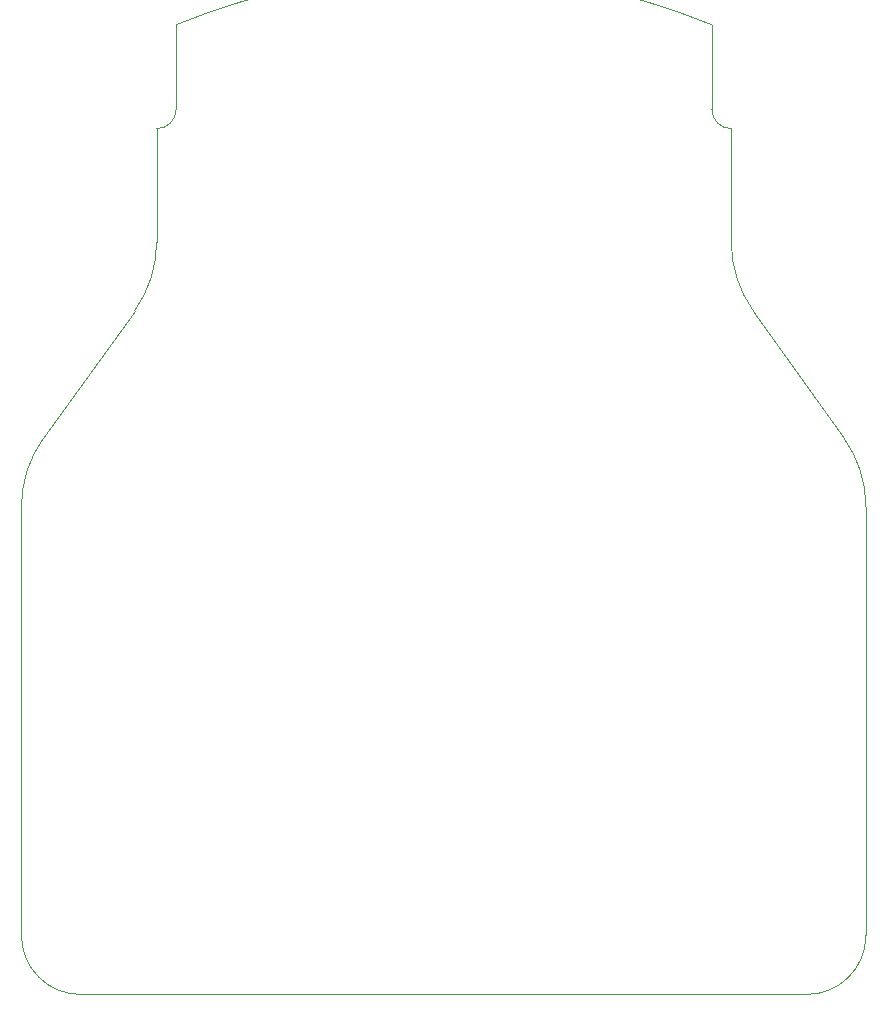
<source format=gm1>
G04 #@! TF.GenerationSoftware,KiCad,Pcbnew,8.0.1*
G04 #@! TF.CreationDate,2024-05-01T12:53:58+08:00*
G04 #@! TF.ProjectId,BatteryPod,42617474-6572-4795-906f-642e6b696361,rev?*
G04 #@! TF.SameCoordinates,Original*
G04 #@! TF.FileFunction,Profile,NP*
%FSLAX46Y46*%
G04 Gerber Fmt 4.6, Leading zero omitted, Abs format (unit mm)*
G04 Created by KiCad (PCBNEW 8.0.1) date 2024-05-01 12:53:58*
%MOMM*%
%LPD*%
G01*
G04 APERTURE LIST*
G04 #@! TA.AperFunction,Profile*
%ADD10C,0.050000*%
G04 #@! TD*
G04 APERTURE END LIST*
D10*
X87600000Y-71350003D02*
G75*
G02*
X132950000Y-71350003I22675000J-55424997D01*
G01*
X134600000Y-80150000D02*
G75*
G02*
X132950000Y-78500000I0J1650000D01*
G01*
X87600000Y-78500000D02*
G75*
G02*
X85950000Y-80150000I-1650000J0D01*
G01*
X132950000Y-71350000D02*
X132950000Y-78500000D01*
X87600000Y-78500000D02*
X87600000Y-71350002D01*
X134600000Y-80150000D02*
X134600000Y-89751873D01*
X85950000Y-89740462D02*
G75*
G02*
X84082180Y-95560054I-10000001J0D01*
G01*
X74500000Y-112159538D02*
G75*
G02*
X76367820Y-106339946I10000000J1D01*
G01*
X79500000Y-153450000D02*
G75*
G02*
X74500000Y-148450000I0J5000000D01*
G01*
X146000000Y-148450000D02*
G75*
G02*
X141000000Y-153450000I-5000000J0D01*
G01*
X144144206Y-106345380D02*
G75*
G02*
X145999999Y-112148127I-8144198J-5802745D01*
G01*
X136455792Y-95554621D02*
G75*
G02*
X134600000Y-89751873I8144200J5802745D01*
G01*
X74500000Y-148450000D02*
X74500000Y-112159538D01*
X141000000Y-153450000D02*
X79500000Y-153450000D01*
X146000000Y-112148127D02*
X146000000Y-148450000D01*
X136455792Y-95554621D02*
X144144207Y-106345379D01*
X85950000Y-89740462D02*
X85950000Y-80150000D01*
X76367820Y-106339946D02*
X84082094Y-95559992D01*
M02*

</source>
